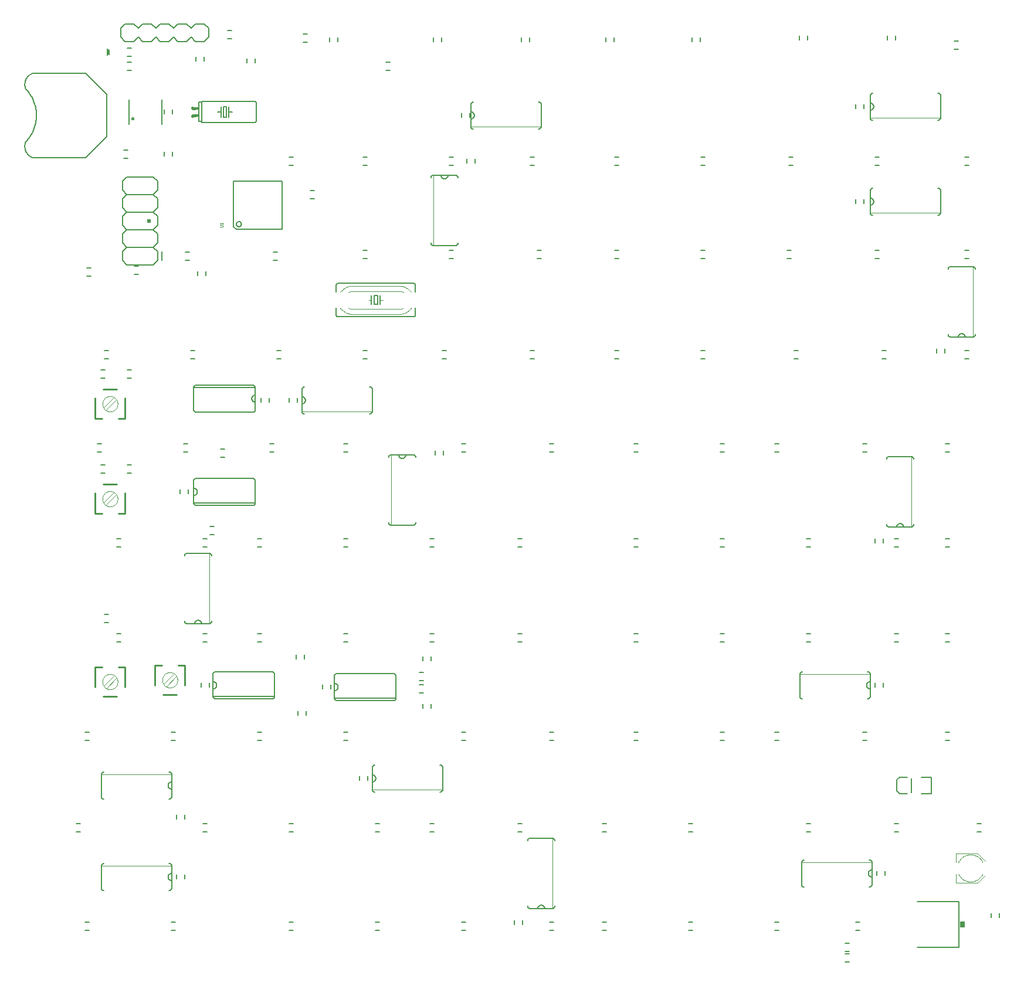
<source format=gto>
G75*
G70*
%OFA0B0*%
%FSLAX24Y24*%
%IPPOS*%
%LPD*%
%AMOC8*
5,1,8,0,0,1.08239X$1,22.5*
%
%ADD10C,0.0060*%
%ADD11C,0.0080*%
%ADD12C,0.0010*%
%ADD13R,0.0200X0.0200*%
%ADD14C,0.0020*%
%ADD15R,0.0230X0.0160*%
%ADD16C,0.0160*%
%ADD17C,0.0050*%
%ADD18C,0.0100*%
%ADD19C,0.0040*%
%ADD20R,0.0300X0.0340*%
D10*
X003566Y004265D02*
X003802Y004265D01*
X003802Y004738D02*
X003566Y004738D01*
X004484Y006682D02*
X004484Y007922D01*
X004486Y007945D01*
X004491Y007968D01*
X004500Y007990D01*
X004513Y008010D01*
X004528Y008028D01*
X004546Y008043D01*
X004566Y008056D01*
X004588Y008065D01*
X004611Y008070D01*
X004634Y008072D01*
X004484Y006682D02*
X004486Y006659D01*
X004491Y006636D01*
X004500Y006614D01*
X004513Y006594D01*
X004528Y006576D01*
X004546Y006561D01*
X004566Y006548D01*
X004588Y006539D01*
X004611Y006534D01*
X004634Y006532D01*
X003302Y009865D02*
X003066Y009865D01*
X003066Y010338D02*
X003302Y010338D01*
X004484Y011882D02*
X004484Y013122D01*
X004486Y013145D01*
X004491Y013168D01*
X004500Y013190D01*
X004513Y013210D01*
X004528Y013228D01*
X004546Y013243D01*
X004566Y013256D01*
X004588Y013265D01*
X004611Y013270D01*
X004634Y013272D01*
X004484Y011882D02*
X004486Y011859D01*
X004491Y011836D01*
X004500Y011814D01*
X004513Y011794D01*
X004528Y011776D01*
X004546Y011761D01*
X004566Y011748D01*
X004588Y011739D01*
X004611Y011734D01*
X004634Y011732D01*
X003802Y015065D02*
X003566Y015065D01*
X003566Y015538D02*
X003802Y015538D01*
X008466Y015538D02*
X008702Y015538D01*
X008702Y015065D02*
X008466Y015065D01*
X008484Y013122D02*
X008484Y012702D01*
X008484Y012302D01*
X008484Y011882D01*
X008482Y011859D01*
X008477Y011836D01*
X008468Y011814D01*
X008455Y011794D01*
X008440Y011776D01*
X008422Y011761D01*
X008402Y011748D01*
X008380Y011739D01*
X008357Y011734D01*
X008334Y011732D01*
X008484Y012302D02*
X008457Y012304D01*
X008430Y012309D01*
X008404Y012319D01*
X008380Y012331D01*
X008358Y012347D01*
X008338Y012365D01*
X008321Y012387D01*
X008306Y012410D01*
X008296Y012435D01*
X008288Y012461D01*
X008284Y012488D01*
X008284Y012516D01*
X008288Y012543D01*
X008296Y012569D01*
X008306Y012594D01*
X008321Y012617D01*
X008338Y012639D01*
X008358Y012657D01*
X008380Y012673D01*
X008404Y012685D01*
X008430Y012695D01*
X008457Y012700D01*
X008484Y012702D01*
X008484Y013122D02*
X008482Y013145D01*
X008477Y013168D01*
X008468Y013190D01*
X008455Y013210D01*
X008440Y013228D01*
X008422Y013243D01*
X008402Y013256D01*
X008380Y013265D01*
X008357Y013270D01*
X008334Y013272D01*
X008748Y010820D02*
X008748Y010583D01*
X009220Y010583D02*
X009220Y010820D01*
X010266Y010338D02*
X010502Y010338D01*
X010502Y009865D02*
X010266Y009865D01*
X008484Y007922D02*
X008484Y007502D01*
X008484Y007102D01*
X008484Y006682D01*
X008482Y006659D01*
X008477Y006636D01*
X008468Y006614D01*
X008455Y006594D01*
X008440Y006576D01*
X008422Y006561D01*
X008402Y006548D01*
X008380Y006539D01*
X008357Y006534D01*
X008334Y006532D01*
X008748Y007183D02*
X008748Y007420D01*
X008484Y007502D02*
X008457Y007500D01*
X008430Y007495D01*
X008404Y007485D01*
X008380Y007473D01*
X008358Y007457D01*
X008338Y007439D01*
X008321Y007417D01*
X008306Y007394D01*
X008296Y007369D01*
X008288Y007343D01*
X008284Y007316D01*
X008284Y007288D01*
X008288Y007261D01*
X008296Y007235D01*
X008306Y007210D01*
X008321Y007187D01*
X008338Y007165D01*
X008358Y007147D01*
X008380Y007131D01*
X008404Y007119D01*
X008430Y007109D01*
X008457Y007104D01*
X008484Y007102D01*
X009220Y007183D02*
X009220Y007420D01*
X008484Y007922D02*
X008482Y007945D01*
X008477Y007968D01*
X008468Y007990D01*
X008455Y008010D01*
X008440Y008028D01*
X008422Y008043D01*
X008402Y008056D01*
X008380Y008065D01*
X008357Y008070D01*
X008334Y008072D01*
X008466Y004738D02*
X008702Y004738D01*
X008702Y004265D02*
X008466Y004265D01*
X015166Y004265D02*
X015402Y004265D01*
X015402Y004738D02*
X015166Y004738D01*
X020066Y004738D02*
X020302Y004738D01*
X020302Y004265D02*
X020066Y004265D01*
X024966Y004265D02*
X025202Y004265D01*
X025202Y004738D02*
X024966Y004738D01*
X027948Y004820D02*
X027948Y004583D01*
X028420Y004583D02*
X028420Y004820D01*
X028864Y005502D02*
X029284Y005502D01*
X029684Y005502D01*
X030104Y005502D01*
X030127Y005504D01*
X030150Y005509D01*
X030172Y005518D01*
X030192Y005531D01*
X030210Y005546D01*
X030225Y005564D01*
X030238Y005584D01*
X030247Y005606D01*
X030252Y005629D01*
X030254Y005652D01*
X029684Y005502D02*
X029682Y005529D01*
X029677Y005556D01*
X029667Y005582D01*
X029655Y005606D01*
X029639Y005628D01*
X029621Y005648D01*
X029599Y005665D01*
X029576Y005680D01*
X029551Y005690D01*
X029525Y005698D01*
X029498Y005702D01*
X029470Y005702D01*
X029443Y005698D01*
X029417Y005690D01*
X029392Y005680D01*
X029369Y005665D01*
X029347Y005648D01*
X029329Y005628D01*
X029313Y005606D01*
X029301Y005582D01*
X029291Y005556D01*
X029286Y005529D01*
X029284Y005502D01*
X028864Y005502D02*
X028841Y005504D01*
X028818Y005509D01*
X028796Y005518D01*
X028776Y005531D01*
X028758Y005546D01*
X028743Y005564D01*
X028730Y005584D01*
X028721Y005606D01*
X028716Y005629D01*
X028714Y005652D01*
X029966Y004738D02*
X030202Y004738D01*
X030202Y004265D02*
X029966Y004265D01*
X032966Y004265D02*
X033202Y004265D01*
X033202Y004738D02*
X032966Y004738D01*
X037866Y004738D02*
X038102Y004738D01*
X038102Y004265D02*
X037866Y004265D01*
X042766Y004265D02*
X043002Y004265D01*
X043002Y004738D02*
X042766Y004738D01*
X044284Y006882D02*
X044284Y008122D01*
X044286Y008145D01*
X044291Y008168D01*
X044300Y008190D01*
X044313Y008210D01*
X044328Y008228D01*
X044346Y008243D01*
X044366Y008256D01*
X044388Y008265D01*
X044411Y008270D01*
X044434Y008272D01*
X044284Y006882D02*
X044286Y006859D01*
X044291Y006836D01*
X044300Y006814D01*
X044313Y006794D01*
X044328Y006776D01*
X044346Y006761D01*
X044366Y006748D01*
X044388Y006739D01*
X044411Y006734D01*
X044434Y006732D01*
X047366Y004738D02*
X047602Y004738D01*
X047602Y004265D02*
X047366Y004265D01*
X047002Y003538D02*
X046766Y003538D01*
X046766Y003065D02*
X047002Y003065D01*
X047002Y002938D02*
X046766Y002938D01*
X046766Y002465D02*
X047002Y002465D01*
X048134Y006732D02*
X048157Y006734D01*
X048180Y006739D01*
X048202Y006748D01*
X048222Y006761D01*
X048240Y006776D01*
X048255Y006794D01*
X048268Y006814D01*
X048277Y006836D01*
X048282Y006859D01*
X048284Y006882D01*
X048284Y007302D01*
X048284Y007702D01*
X048284Y008122D01*
X048282Y008145D01*
X048277Y008168D01*
X048268Y008190D01*
X048255Y008210D01*
X048240Y008228D01*
X048222Y008243D01*
X048202Y008256D01*
X048180Y008265D01*
X048157Y008270D01*
X048134Y008272D01*
X048548Y007620D02*
X048548Y007383D01*
X048284Y007302D02*
X048257Y007304D01*
X048230Y007309D01*
X048204Y007319D01*
X048180Y007331D01*
X048158Y007347D01*
X048138Y007365D01*
X048121Y007387D01*
X048106Y007410D01*
X048096Y007435D01*
X048088Y007461D01*
X048084Y007488D01*
X048084Y007516D01*
X048088Y007543D01*
X048096Y007569D01*
X048106Y007594D01*
X048121Y007617D01*
X048138Y007639D01*
X048158Y007657D01*
X048180Y007673D01*
X048204Y007685D01*
X048230Y007695D01*
X048257Y007700D01*
X048284Y007702D01*
X049020Y007620D02*
X049020Y007383D01*
X049566Y009865D02*
X049802Y009865D01*
X049802Y010338D02*
X049566Y010338D01*
X054266Y010338D02*
X054502Y010338D01*
X054502Y009865D02*
X054266Y009865D01*
X055048Y005220D02*
X055048Y004983D01*
X055520Y004983D02*
X055520Y005220D01*
X052702Y015065D02*
X052466Y015065D01*
X052466Y015538D02*
X052702Y015538D01*
X048920Y018083D02*
X048920Y018320D01*
X048448Y018320D02*
X048448Y018083D01*
X048184Y018002D02*
X048184Y018402D01*
X048184Y018822D01*
X048182Y018845D01*
X048177Y018868D01*
X048168Y018890D01*
X048155Y018910D01*
X048140Y018928D01*
X048122Y018943D01*
X048102Y018956D01*
X048080Y018965D01*
X048057Y018970D01*
X048034Y018972D01*
X048184Y018402D02*
X048157Y018400D01*
X048130Y018395D01*
X048104Y018385D01*
X048080Y018373D01*
X048058Y018357D01*
X048038Y018339D01*
X048021Y018317D01*
X048006Y018294D01*
X047996Y018269D01*
X047988Y018243D01*
X047984Y018216D01*
X047984Y018188D01*
X047988Y018161D01*
X047996Y018135D01*
X048006Y018110D01*
X048021Y018087D01*
X048038Y018065D01*
X048058Y018047D01*
X048080Y018031D01*
X048104Y018019D01*
X048130Y018009D01*
X048157Y018004D01*
X048184Y018002D01*
X048184Y017582D01*
X048182Y017559D01*
X048177Y017536D01*
X048168Y017514D01*
X048155Y017494D01*
X048140Y017476D01*
X048122Y017461D01*
X048102Y017448D01*
X048080Y017439D01*
X048057Y017434D01*
X048034Y017432D01*
X048002Y015538D02*
X047766Y015538D01*
X047766Y015065D02*
X048002Y015065D01*
X044334Y017432D02*
X044311Y017434D01*
X044288Y017439D01*
X044266Y017448D01*
X044246Y017461D01*
X044228Y017476D01*
X044213Y017494D01*
X044200Y017514D01*
X044191Y017536D01*
X044186Y017559D01*
X044184Y017582D01*
X044184Y018822D01*
X044186Y018845D01*
X044191Y018868D01*
X044200Y018890D01*
X044213Y018910D01*
X044228Y018928D01*
X044246Y018943D01*
X044266Y018956D01*
X044288Y018965D01*
X044311Y018970D01*
X044334Y018972D01*
X044566Y020665D02*
X044802Y020665D01*
X044802Y021138D02*
X044566Y021138D01*
X039902Y021138D02*
X039666Y021138D01*
X039666Y020665D02*
X039902Y020665D01*
X039902Y015538D02*
X039666Y015538D01*
X039666Y015065D02*
X039902Y015065D01*
X042766Y015065D02*
X043002Y015065D01*
X043002Y015538D02*
X042766Y015538D01*
X044566Y010338D02*
X044802Y010338D01*
X044802Y009865D02*
X044566Y009865D01*
X038102Y009865D02*
X037866Y009865D01*
X037866Y010338D02*
X038102Y010338D01*
X033202Y010338D02*
X032966Y010338D01*
X032966Y009865D02*
X033202Y009865D01*
X030104Y009502D02*
X028864Y009502D01*
X028841Y009500D01*
X028818Y009495D01*
X028796Y009486D01*
X028776Y009473D01*
X028758Y009458D01*
X028743Y009440D01*
X028730Y009420D01*
X028721Y009398D01*
X028716Y009375D01*
X028714Y009352D01*
X028402Y009865D02*
X028166Y009865D01*
X028166Y010338D02*
X028402Y010338D01*
X030104Y009502D02*
X030127Y009500D01*
X030150Y009495D01*
X030172Y009486D01*
X030192Y009473D01*
X030210Y009458D01*
X030225Y009440D01*
X030238Y009420D01*
X030247Y009398D01*
X030252Y009375D01*
X030254Y009352D01*
X030202Y015065D02*
X029966Y015065D01*
X029966Y015538D02*
X030202Y015538D01*
X034766Y015538D02*
X035002Y015538D01*
X035002Y015065D02*
X034766Y015065D01*
X034766Y020665D02*
X035002Y020665D01*
X035002Y021138D02*
X034766Y021138D01*
X034766Y026065D02*
X035002Y026065D01*
X035002Y026538D02*
X034766Y026538D01*
X039666Y026538D02*
X039902Y026538D01*
X039902Y026065D02*
X039666Y026065D01*
X044566Y026065D02*
X044802Y026065D01*
X044802Y026538D02*
X044566Y026538D01*
X048448Y026520D02*
X048448Y026283D01*
X048920Y026283D02*
X048920Y026520D01*
X049566Y026538D02*
X049802Y026538D01*
X049802Y026065D02*
X049566Y026065D01*
X049684Y027202D02*
X050084Y027202D01*
X050504Y027202D01*
X050527Y027204D01*
X050550Y027209D01*
X050572Y027218D01*
X050592Y027231D01*
X050610Y027246D01*
X050625Y027264D01*
X050638Y027284D01*
X050647Y027306D01*
X050652Y027329D01*
X050654Y027352D01*
X050084Y027202D02*
X050082Y027229D01*
X050077Y027256D01*
X050067Y027282D01*
X050055Y027306D01*
X050039Y027328D01*
X050021Y027348D01*
X049999Y027365D01*
X049976Y027380D01*
X049951Y027390D01*
X049925Y027398D01*
X049898Y027402D01*
X049870Y027402D01*
X049843Y027398D01*
X049817Y027390D01*
X049792Y027380D01*
X049769Y027365D01*
X049747Y027348D01*
X049729Y027328D01*
X049713Y027306D01*
X049701Y027282D01*
X049691Y027256D01*
X049686Y027229D01*
X049684Y027202D01*
X049264Y027202D01*
X049241Y027204D01*
X049218Y027209D01*
X049196Y027218D01*
X049176Y027231D01*
X049158Y027246D01*
X049143Y027264D01*
X049130Y027284D01*
X049121Y027306D01*
X049116Y027329D01*
X049114Y027352D01*
X052466Y026538D02*
X052702Y026538D01*
X052702Y026065D02*
X052466Y026065D01*
X050654Y031052D02*
X050652Y031075D01*
X050647Y031098D01*
X050638Y031120D01*
X050625Y031140D01*
X050610Y031158D01*
X050592Y031173D01*
X050572Y031186D01*
X050550Y031195D01*
X050527Y031200D01*
X050504Y031202D01*
X049264Y031202D01*
X049241Y031200D01*
X049218Y031195D01*
X049196Y031186D01*
X049176Y031173D01*
X049158Y031158D01*
X049143Y031140D01*
X049130Y031120D01*
X049121Y031098D01*
X049116Y031075D01*
X049114Y031052D01*
X048002Y031465D02*
X047766Y031465D01*
X047766Y031938D02*
X048002Y031938D01*
X052466Y031938D02*
X052702Y031938D01*
X052702Y031465D02*
X052466Y031465D01*
X053566Y036765D02*
X053802Y036765D01*
X053802Y037238D02*
X053566Y037238D01*
X053584Y038002D02*
X054004Y038002D01*
X054027Y038004D01*
X054050Y038009D01*
X054072Y038018D01*
X054092Y038031D01*
X054110Y038046D01*
X054125Y038064D01*
X054138Y038084D01*
X054147Y038106D01*
X054152Y038129D01*
X054154Y038152D01*
X053584Y038002D02*
X053184Y038002D01*
X052764Y038002D01*
X052741Y038004D01*
X052718Y038009D01*
X052696Y038018D01*
X052676Y038031D01*
X052658Y038046D01*
X052643Y038064D01*
X052630Y038084D01*
X052621Y038106D01*
X052616Y038129D01*
X052614Y038152D01*
X053184Y038002D02*
X053186Y038029D01*
X053191Y038056D01*
X053201Y038082D01*
X053213Y038106D01*
X053229Y038128D01*
X053247Y038148D01*
X053269Y038165D01*
X053292Y038180D01*
X053317Y038190D01*
X053343Y038198D01*
X053370Y038202D01*
X053398Y038202D01*
X053425Y038198D01*
X053451Y038190D01*
X053476Y038180D01*
X053499Y038165D01*
X053521Y038148D01*
X053539Y038128D01*
X053555Y038106D01*
X053567Y038082D01*
X053577Y038056D01*
X053582Y038029D01*
X053584Y038002D01*
X052420Y037320D02*
X052420Y037083D01*
X051948Y037083D02*
X051948Y037320D01*
X049102Y037238D02*
X048866Y037238D01*
X048866Y036765D02*
X049102Y036765D01*
X044102Y036765D02*
X043866Y036765D01*
X043866Y037238D02*
X044102Y037238D01*
X043702Y042465D02*
X043466Y042465D01*
X043466Y042938D02*
X043702Y042938D01*
X047348Y045583D02*
X047348Y045820D01*
X047820Y045820D02*
X047820Y045583D01*
X048184Y045502D02*
X048184Y045082D01*
X048186Y045059D01*
X048191Y045036D01*
X048200Y045014D01*
X048213Y044994D01*
X048228Y044976D01*
X048246Y044961D01*
X048266Y044948D01*
X048288Y044939D01*
X048311Y044934D01*
X048334Y044932D01*
X048184Y045502D02*
X048184Y045902D01*
X048184Y046322D01*
X048186Y046345D01*
X048191Y046368D01*
X048200Y046390D01*
X048213Y046410D01*
X048228Y046428D01*
X048246Y046443D01*
X048266Y046456D01*
X048288Y046465D01*
X048311Y046470D01*
X048334Y046472D01*
X048184Y045902D02*
X048211Y045900D01*
X048238Y045895D01*
X048264Y045885D01*
X048288Y045873D01*
X048310Y045857D01*
X048330Y045839D01*
X048347Y045817D01*
X048362Y045794D01*
X048372Y045769D01*
X048380Y045743D01*
X048384Y045716D01*
X048384Y045688D01*
X048380Y045661D01*
X048372Y045635D01*
X048362Y045610D01*
X048347Y045587D01*
X048330Y045565D01*
X048310Y045547D01*
X048288Y045531D01*
X048264Y045519D01*
X048238Y045509D01*
X048211Y045504D01*
X048184Y045502D01*
X048466Y047765D02*
X048702Y047765D01*
X048702Y048238D02*
X048466Y048238D01*
X048334Y050332D02*
X048311Y050334D01*
X048288Y050339D01*
X048266Y050348D01*
X048246Y050361D01*
X048228Y050376D01*
X048213Y050394D01*
X048200Y050414D01*
X048191Y050436D01*
X048186Y050459D01*
X048184Y050482D01*
X048184Y050902D01*
X048184Y051302D01*
X048184Y051722D01*
X048186Y051745D01*
X048191Y051768D01*
X048200Y051790D01*
X048213Y051810D01*
X048228Y051828D01*
X048246Y051843D01*
X048266Y051856D01*
X048288Y051865D01*
X048311Y051870D01*
X048334Y051872D01*
X047820Y051220D02*
X047820Y050983D01*
X048184Y050902D02*
X048211Y050904D01*
X048238Y050909D01*
X048264Y050919D01*
X048288Y050931D01*
X048310Y050947D01*
X048330Y050965D01*
X048347Y050987D01*
X048362Y051010D01*
X048372Y051035D01*
X048380Y051061D01*
X048384Y051088D01*
X048384Y051116D01*
X048380Y051143D01*
X048372Y051169D01*
X048362Y051194D01*
X048347Y051217D01*
X048330Y051239D01*
X048310Y051257D01*
X048288Y051273D01*
X048264Y051285D01*
X048238Y051295D01*
X048211Y051300D01*
X048184Y051302D01*
X047348Y051220D02*
X047348Y050983D01*
X043802Y048238D02*
X043566Y048238D01*
X043566Y047765D02*
X043802Y047765D01*
X038802Y047765D02*
X038566Y047765D01*
X038566Y048238D02*
X038802Y048238D01*
X033902Y048238D02*
X033666Y048238D01*
X033666Y047765D02*
X033902Y047765D01*
X029484Y049982D02*
X029484Y051222D01*
X029482Y051245D01*
X029477Y051268D01*
X029468Y051290D01*
X029455Y051310D01*
X029440Y051328D01*
X029422Y051343D01*
X029402Y051356D01*
X029380Y051365D01*
X029357Y051370D01*
X029334Y051372D01*
X029484Y049982D02*
X029482Y049959D01*
X029477Y049936D01*
X029468Y049914D01*
X029455Y049894D01*
X029440Y049876D01*
X029422Y049861D01*
X029402Y049848D01*
X029380Y049839D01*
X029357Y049834D01*
X029334Y049832D01*
X029102Y048238D02*
X028866Y048238D01*
X028866Y047765D02*
X029102Y047765D01*
X025720Y047883D02*
X025720Y048120D01*
X025248Y048120D02*
X025248Y047883D01*
X024502Y047765D02*
X024266Y047765D01*
X024266Y048238D02*
X024502Y048238D01*
X024604Y047202D02*
X024184Y047202D01*
X023784Y047202D01*
X023364Y047202D01*
X023341Y047200D01*
X023318Y047195D01*
X023296Y047186D01*
X023276Y047173D01*
X023258Y047158D01*
X023243Y047140D01*
X023230Y047120D01*
X023221Y047098D01*
X023216Y047075D01*
X023214Y047052D01*
X023784Y047202D02*
X023786Y047175D01*
X023791Y047148D01*
X023801Y047122D01*
X023813Y047098D01*
X023829Y047076D01*
X023847Y047056D01*
X023869Y047039D01*
X023892Y047024D01*
X023917Y047014D01*
X023943Y047006D01*
X023970Y047002D01*
X023998Y047002D01*
X024025Y047006D01*
X024051Y047014D01*
X024076Y047024D01*
X024099Y047039D01*
X024121Y047056D01*
X024139Y047076D01*
X024155Y047098D01*
X024167Y047122D01*
X024177Y047148D01*
X024182Y047175D01*
X024184Y047202D01*
X024604Y047202D02*
X024627Y047200D01*
X024650Y047195D01*
X024672Y047186D01*
X024692Y047173D01*
X024710Y047158D01*
X024725Y047140D01*
X024738Y047120D01*
X024747Y047098D01*
X024752Y047075D01*
X024754Y047052D01*
X025484Y049982D02*
X025484Y050402D01*
X025484Y050802D01*
X025484Y051222D01*
X025486Y051245D01*
X025491Y051268D01*
X025500Y051290D01*
X025513Y051310D01*
X025528Y051328D01*
X025546Y051343D01*
X025566Y051356D01*
X025588Y051365D01*
X025611Y051370D01*
X025634Y051372D01*
X025420Y050720D02*
X025420Y050483D01*
X025484Y050402D02*
X025511Y050404D01*
X025538Y050409D01*
X025564Y050419D01*
X025588Y050431D01*
X025610Y050447D01*
X025630Y050465D01*
X025647Y050487D01*
X025662Y050510D01*
X025672Y050535D01*
X025680Y050561D01*
X025684Y050588D01*
X025684Y050616D01*
X025680Y050643D01*
X025672Y050669D01*
X025662Y050694D01*
X025647Y050717D01*
X025630Y050739D01*
X025610Y050757D01*
X025588Y050773D01*
X025564Y050785D01*
X025538Y050795D01*
X025511Y050800D01*
X025484Y050802D01*
X024948Y050720D02*
X024948Y050483D01*
X025484Y049982D02*
X025486Y049959D01*
X025491Y049936D01*
X025500Y049914D01*
X025513Y049894D01*
X025528Y049876D01*
X025546Y049861D01*
X025566Y049848D01*
X025588Y049839D01*
X025611Y049834D01*
X025634Y049832D01*
X020902Y053165D02*
X020666Y053165D01*
X020666Y053638D02*
X020902Y053638D01*
X023348Y054783D02*
X023348Y055020D01*
X023820Y055020D02*
X023820Y054783D01*
X028348Y054783D02*
X028348Y055020D01*
X028820Y055020D02*
X028820Y054783D01*
X033148Y054783D02*
X033148Y055020D01*
X033620Y055020D02*
X033620Y054783D01*
X038048Y054783D02*
X038048Y055020D01*
X038520Y055020D02*
X038520Y054783D01*
X044148Y054883D02*
X044148Y055120D01*
X044620Y055120D02*
X044620Y054883D01*
X049148Y054883D02*
X049148Y055120D01*
X049620Y055120D02*
X049620Y054883D01*
X052966Y054838D02*
X053202Y054838D01*
X053202Y054365D02*
X052966Y054365D01*
X052184Y051722D02*
X052184Y050482D01*
X052182Y050459D01*
X052177Y050436D01*
X052168Y050414D01*
X052155Y050394D01*
X052140Y050376D01*
X052122Y050361D01*
X052102Y050348D01*
X052080Y050339D01*
X052057Y050334D01*
X052034Y050332D01*
X052184Y051722D02*
X052182Y051745D01*
X052177Y051768D01*
X052168Y051790D01*
X052155Y051810D01*
X052140Y051828D01*
X052122Y051843D01*
X052102Y051856D01*
X052080Y051865D01*
X052057Y051870D01*
X052034Y051872D01*
X053566Y048238D02*
X053802Y048238D01*
X053802Y047765D02*
X053566Y047765D01*
X052184Y046322D02*
X052184Y045082D01*
X052182Y045059D01*
X052177Y045036D01*
X052168Y045014D01*
X052155Y044994D01*
X052140Y044976D01*
X052122Y044961D01*
X052102Y044948D01*
X052080Y044939D01*
X052057Y044934D01*
X052034Y044932D01*
X052184Y046322D02*
X052182Y046345D01*
X052177Y046368D01*
X052168Y046390D01*
X052155Y046410D01*
X052140Y046428D01*
X052122Y046443D01*
X052102Y046456D01*
X052080Y046465D01*
X052057Y046470D01*
X052034Y046472D01*
X053566Y042938D02*
X053802Y042938D01*
X053802Y042465D02*
X053566Y042465D01*
X054004Y042002D02*
X052764Y042002D01*
X052741Y042000D01*
X052718Y041995D01*
X052696Y041986D01*
X052676Y041973D01*
X052658Y041958D01*
X052643Y041940D01*
X052630Y041920D01*
X052621Y041898D01*
X052616Y041875D01*
X052614Y041852D01*
X054004Y042002D02*
X054027Y042000D01*
X054050Y041995D01*
X054072Y041986D01*
X054092Y041973D01*
X054110Y041958D01*
X054125Y041940D01*
X054138Y041920D01*
X054147Y041898D01*
X054152Y041875D01*
X054154Y041852D01*
X048702Y042465D02*
X048466Y042465D01*
X048466Y042938D02*
X048702Y042938D01*
X038802Y042938D02*
X038566Y042938D01*
X038566Y042465D02*
X038802Y042465D01*
X033902Y042465D02*
X033666Y042465D01*
X033666Y042938D02*
X033902Y042938D01*
X029502Y042938D02*
X029266Y042938D01*
X029266Y042465D02*
X029502Y042465D01*
X024604Y043202D02*
X023364Y043202D01*
X023341Y043204D01*
X023318Y043209D01*
X023296Y043218D01*
X023276Y043231D01*
X023258Y043246D01*
X023243Y043264D01*
X023230Y043284D01*
X023221Y043306D01*
X023216Y043329D01*
X023214Y043352D01*
X024266Y042938D02*
X024502Y042938D01*
X024604Y043202D02*
X024627Y043204D01*
X024650Y043209D01*
X024672Y043218D01*
X024692Y043231D01*
X024710Y043246D01*
X024725Y043264D01*
X024738Y043284D01*
X024747Y043306D01*
X024752Y043329D01*
X024754Y043352D01*
X024502Y042465D02*
X024266Y042465D01*
X022334Y040952D02*
X022334Y040552D01*
X022334Y040952D02*
X022332Y040969D01*
X022328Y040986D01*
X022321Y041002D01*
X022311Y041016D01*
X022298Y041029D01*
X022284Y041039D01*
X022268Y041046D01*
X022251Y041050D01*
X022234Y041052D01*
X017934Y041052D01*
X017917Y041050D01*
X017900Y041046D01*
X017884Y041039D01*
X017870Y041029D01*
X017857Y041016D01*
X017847Y041002D01*
X017840Y040986D01*
X017836Y040969D01*
X017834Y040952D01*
X017834Y040552D01*
X017834Y039652D02*
X017834Y039252D01*
X017836Y039235D01*
X017840Y039218D01*
X017847Y039202D01*
X017857Y039188D01*
X017870Y039175D01*
X017884Y039165D01*
X017900Y039158D01*
X017917Y039154D01*
X017934Y039152D01*
X022234Y039152D01*
X022251Y039154D01*
X022268Y039158D01*
X022284Y039165D01*
X022298Y039175D01*
X022311Y039188D01*
X022321Y039202D01*
X022328Y039218D01*
X022332Y039235D01*
X022334Y039252D01*
X022334Y039652D01*
X020334Y039852D02*
X020334Y040102D01*
X020334Y040352D01*
X020184Y040352D02*
X020184Y039852D01*
X019984Y039852D01*
X019984Y040352D01*
X020184Y040352D01*
X019834Y040352D02*
X019834Y040102D01*
X019834Y039852D01*
X019602Y042465D02*
X019366Y042465D01*
X019366Y042938D02*
X019602Y042938D01*
X016602Y045865D02*
X016366Y045865D01*
X016366Y046338D02*
X016602Y046338D01*
X015402Y047765D02*
X015166Y047765D01*
X015166Y048238D02*
X015402Y048238D01*
X014764Y046881D02*
X014764Y044122D01*
X012144Y044122D01*
X012004Y044261D01*
X012004Y046881D01*
X014764Y046881D01*
X012163Y044422D02*
X012165Y044445D01*
X012171Y044468D01*
X012180Y044489D01*
X012193Y044509D01*
X012209Y044526D01*
X012227Y044540D01*
X012247Y044551D01*
X012269Y044559D01*
X012292Y044563D01*
X012316Y044563D01*
X012339Y044559D01*
X012361Y044551D01*
X012381Y044540D01*
X012399Y044526D01*
X012415Y044509D01*
X012428Y044489D01*
X012437Y044468D01*
X012443Y044445D01*
X012445Y044422D01*
X012443Y044399D01*
X012437Y044376D01*
X012428Y044355D01*
X012415Y044335D01*
X012399Y044318D01*
X012381Y044304D01*
X012361Y044293D01*
X012339Y044285D01*
X012316Y044281D01*
X012292Y044281D01*
X012269Y044285D01*
X012247Y044293D01*
X012227Y044304D01*
X012209Y044318D01*
X012193Y044335D01*
X012180Y044355D01*
X012171Y044376D01*
X012165Y044399D01*
X012163Y044422D01*
X014266Y042838D02*
X014502Y042838D01*
X014502Y042365D02*
X014266Y042365D01*
X010420Y041720D02*
X010420Y041483D01*
X009948Y041483D02*
X009948Y041720D01*
X009502Y042365D02*
X009266Y042365D01*
X009266Y042838D02*
X009502Y042838D01*
X007684Y042852D02*
X007684Y042352D01*
X007434Y042102D01*
X005934Y042102D01*
X005684Y042352D01*
X005684Y042852D01*
X005934Y043102D01*
X007434Y043102D01*
X007684Y043352D01*
X007684Y043852D01*
X007434Y044102D01*
X005934Y044102D01*
X005684Y044352D01*
X005684Y044852D01*
X005934Y045102D01*
X007434Y045102D01*
X007684Y045352D01*
X007684Y045852D01*
X007434Y046102D01*
X007684Y046352D01*
X007684Y046852D01*
X007434Y047102D01*
X005934Y047102D01*
X005684Y046852D01*
X005684Y046352D01*
X005934Y046102D01*
X007434Y046102D01*
X007434Y045102D02*
X007684Y044852D01*
X007684Y044352D01*
X007434Y044102D01*
X007434Y043102D02*
X007684Y042852D01*
X006602Y042038D02*
X006366Y042038D01*
X006366Y041565D02*
X006602Y041565D01*
X005934Y043102D02*
X005684Y043352D01*
X005684Y043852D01*
X005934Y044102D01*
X005934Y045102D02*
X005684Y045352D01*
X005684Y045852D01*
X005934Y046102D01*
X006002Y048165D02*
X005766Y048165D01*
X005766Y048638D02*
X006002Y048638D01*
X006054Y050092D02*
X006054Y051511D01*
X005966Y053165D02*
X006202Y053165D01*
X006202Y053638D02*
X005966Y053638D01*
X005966Y053965D02*
X006202Y053965D01*
X006202Y054438D02*
X005966Y054438D01*
X007914Y051511D02*
X007914Y050092D01*
X008048Y050683D02*
X008048Y050920D01*
X008520Y050920D02*
X008520Y050683D01*
X010034Y050252D02*
X010184Y050252D01*
X010184Y051352D01*
X010184Y051402D01*
X013184Y051402D01*
X013201Y051400D01*
X013218Y051396D01*
X013234Y051389D01*
X013248Y051379D01*
X013261Y051366D01*
X013271Y051352D01*
X013278Y051336D01*
X013282Y051319D01*
X013284Y051302D01*
X013284Y050302D01*
X013282Y050285D01*
X013278Y050268D01*
X013271Y050252D01*
X013261Y050238D01*
X013248Y050225D01*
X013234Y050215D01*
X013218Y050208D01*
X013201Y050204D01*
X013184Y050202D01*
X010184Y050202D01*
X010184Y050252D01*
X010034Y050252D02*
X010034Y051352D01*
X010184Y051352D01*
X011084Y050802D02*
X011284Y050802D01*
X011284Y050502D01*
X011434Y050502D02*
X011584Y050502D01*
X011584Y051102D01*
X011434Y051102D01*
X011434Y050502D01*
X011734Y050502D02*
X011734Y050802D01*
X011934Y050802D01*
X011734Y050802D02*
X011734Y051102D01*
X011284Y051102D02*
X011284Y050802D01*
X010320Y053683D02*
X010320Y053920D01*
X009848Y053920D02*
X009848Y053683D01*
X011666Y054965D02*
X011902Y054965D01*
X011902Y055438D02*
X011666Y055438D01*
X012748Y053820D02*
X012748Y053583D01*
X013220Y053583D02*
X013220Y053820D01*
X015966Y054765D02*
X016202Y054765D01*
X016202Y055238D02*
X015966Y055238D01*
X017448Y055020D02*
X017448Y054783D01*
X017920Y054783D02*
X017920Y055020D01*
X019366Y048238D02*
X019602Y048238D01*
X019602Y047765D02*
X019366Y047765D01*
X019366Y037238D02*
X019602Y037238D01*
X019602Y036765D02*
X019366Y036765D01*
X019734Y035172D02*
X019757Y035170D01*
X019780Y035165D01*
X019802Y035156D01*
X019822Y035143D01*
X019840Y035128D01*
X019855Y035110D01*
X019868Y035090D01*
X019877Y035068D01*
X019882Y035045D01*
X019884Y035022D01*
X019884Y033782D01*
X019882Y033759D01*
X019877Y033736D01*
X019868Y033714D01*
X019855Y033694D01*
X019840Y033676D01*
X019822Y033661D01*
X019802Y033648D01*
X019780Y033639D01*
X019757Y033634D01*
X019734Y033632D01*
X018502Y031938D02*
X018266Y031938D01*
X018266Y031465D02*
X018502Y031465D01*
X020964Y031302D02*
X021384Y031302D01*
X021784Y031302D01*
X022204Y031302D01*
X022227Y031300D01*
X022250Y031295D01*
X022272Y031286D01*
X022292Y031273D01*
X022310Y031258D01*
X022325Y031240D01*
X022338Y031220D01*
X022347Y031198D01*
X022352Y031175D01*
X022354Y031152D01*
X021784Y031302D02*
X021782Y031275D01*
X021777Y031248D01*
X021767Y031222D01*
X021755Y031198D01*
X021739Y031176D01*
X021721Y031156D01*
X021699Y031139D01*
X021676Y031124D01*
X021651Y031114D01*
X021625Y031106D01*
X021598Y031102D01*
X021570Y031102D01*
X021543Y031106D01*
X021517Y031114D01*
X021492Y031124D01*
X021469Y031139D01*
X021447Y031156D01*
X021429Y031176D01*
X021413Y031198D01*
X021401Y031222D01*
X021391Y031248D01*
X021386Y031275D01*
X021384Y031302D01*
X020964Y031302D02*
X020941Y031300D01*
X020918Y031295D01*
X020896Y031286D01*
X020876Y031273D01*
X020858Y031258D01*
X020843Y031240D01*
X020830Y031220D01*
X020821Y031198D01*
X020816Y031175D01*
X020814Y031152D01*
X023448Y031283D02*
X023448Y031520D01*
X023920Y031520D02*
X023920Y031283D01*
X024966Y031465D02*
X025202Y031465D01*
X025202Y031938D02*
X024966Y031938D01*
X024102Y036765D02*
X023866Y036765D01*
X023866Y037238D02*
X024102Y037238D01*
X028866Y037238D02*
X029102Y037238D01*
X029102Y036765D02*
X028866Y036765D01*
X029966Y031938D02*
X030202Y031938D01*
X030202Y031465D02*
X029966Y031465D01*
X028402Y026538D02*
X028166Y026538D01*
X028166Y026065D02*
X028402Y026065D01*
X028402Y021138D02*
X028166Y021138D01*
X028166Y020665D02*
X028402Y020665D01*
X025202Y015538D02*
X024966Y015538D01*
X024966Y015065D02*
X025202Y015065D01*
X023884Y013522D02*
X023884Y012282D01*
X023882Y012259D01*
X023877Y012236D01*
X023868Y012214D01*
X023855Y012194D01*
X023840Y012176D01*
X023822Y012161D01*
X023802Y012148D01*
X023780Y012139D01*
X023757Y012134D01*
X023734Y012132D01*
X023884Y013522D02*
X023882Y013545D01*
X023877Y013568D01*
X023868Y013590D01*
X023855Y013610D01*
X023840Y013628D01*
X023822Y013643D01*
X023802Y013656D01*
X023780Y013665D01*
X023757Y013670D01*
X023734Y013672D01*
X023220Y016883D02*
X023220Y017120D01*
X022748Y017120D02*
X022748Y016883D01*
X022802Y017765D02*
X022566Y017765D01*
X022566Y018238D02*
X022802Y018238D01*
X022802Y018465D02*
X022566Y018465D01*
X022566Y018938D02*
X022802Y018938D01*
X022748Y019583D02*
X022748Y019820D01*
X023220Y019820D02*
X023220Y019583D01*
X023166Y020665D02*
X023402Y020665D01*
X023402Y021138D02*
X023166Y021138D01*
X021084Y018872D02*
X017884Y018872D01*
X017861Y018870D01*
X017838Y018865D01*
X017816Y018856D01*
X017796Y018843D01*
X017778Y018828D01*
X017763Y018810D01*
X017750Y018790D01*
X017741Y018768D01*
X017736Y018745D01*
X017734Y018722D01*
X017734Y018302D01*
X017734Y017902D01*
X017734Y017482D01*
X017734Y017472D02*
X021234Y017472D01*
X021234Y017482D02*
X021234Y018722D01*
X021232Y018745D01*
X021227Y018768D01*
X021218Y018790D01*
X021205Y018810D01*
X021190Y018828D01*
X021172Y018843D01*
X021152Y018856D01*
X021130Y018865D01*
X021107Y018870D01*
X021084Y018872D01*
X021234Y017482D02*
X021232Y017459D01*
X021227Y017436D01*
X021218Y017414D01*
X021205Y017394D01*
X021190Y017376D01*
X021172Y017361D01*
X021152Y017348D01*
X021130Y017339D01*
X021107Y017334D01*
X021084Y017332D01*
X017884Y017332D01*
X017861Y017334D01*
X017838Y017339D01*
X017816Y017348D01*
X017796Y017361D01*
X017778Y017376D01*
X017763Y017394D01*
X017750Y017414D01*
X017741Y017436D01*
X017736Y017459D01*
X017734Y017482D01*
X017520Y017983D02*
X017520Y018220D01*
X017734Y018302D02*
X017761Y018300D01*
X017788Y018295D01*
X017814Y018285D01*
X017838Y018273D01*
X017860Y018257D01*
X017880Y018239D01*
X017897Y018217D01*
X017912Y018194D01*
X017922Y018169D01*
X017930Y018143D01*
X017934Y018116D01*
X017934Y018088D01*
X017930Y018061D01*
X017922Y018035D01*
X017912Y018010D01*
X017897Y017987D01*
X017880Y017965D01*
X017860Y017947D01*
X017838Y017931D01*
X017814Y017919D01*
X017788Y017909D01*
X017761Y017904D01*
X017734Y017902D01*
X017048Y017983D02*
X017048Y018220D01*
X016120Y016720D02*
X016120Y016483D01*
X015648Y016483D02*
X015648Y016720D01*
X014334Y017572D02*
X010834Y017572D01*
X010834Y017582D02*
X010834Y018002D01*
X010834Y018402D01*
X010834Y018822D01*
X010836Y018845D01*
X010841Y018868D01*
X010850Y018890D01*
X010863Y018910D01*
X010878Y018928D01*
X010896Y018943D01*
X010916Y018956D01*
X010938Y018965D01*
X010961Y018970D01*
X010984Y018972D01*
X014184Y018972D01*
X014207Y018970D01*
X014230Y018965D01*
X014252Y018956D01*
X014272Y018943D01*
X014290Y018928D01*
X014305Y018910D01*
X014318Y018890D01*
X014327Y018868D01*
X014332Y018845D01*
X014334Y018822D01*
X014334Y017582D01*
X014332Y017559D01*
X014327Y017536D01*
X014318Y017514D01*
X014305Y017494D01*
X014290Y017476D01*
X014272Y017461D01*
X014252Y017448D01*
X014230Y017439D01*
X014207Y017434D01*
X014184Y017432D01*
X010984Y017432D01*
X010961Y017434D01*
X010938Y017439D01*
X010916Y017448D01*
X010896Y017461D01*
X010878Y017476D01*
X010863Y017494D01*
X010850Y017514D01*
X010841Y017536D01*
X010836Y017559D01*
X010834Y017582D01*
X010620Y018083D02*
X010620Y018320D01*
X010834Y018402D02*
X010861Y018400D01*
X010888Y018395D01*
X010914Y018385D01*
X010938Y018373D01*
X010960Y018357D01*
X010980Y018339D01*
X010997Y018317D01*
X011012Y018294D01*
X011022Y018269D01*
X011030Y018243D01*
X011034Y018216D01*
X011034Y018188D01*
X011030Y018161D01*
X011022Y018135D01*
X011012Y018110D01*
X010997Y018087D01*
X010980Y018065D01*
X010960Y018047D01*
X010938Y018031D01*
X010914Y018019D01*
X010888Y018009D01*
X010861Y018004D01*
X010834Y018002D01*
X010148Y018083D02*
X010148Y018320D01*
X010266Y020665D02*
X010502Y020665D01*
X010502Y021138D02*
X010266Y021138D01*
X010184Y021702D02*
X009784Y021702D01*
X009364Y021702D01*
X009341Y021704D01*
X009318Y021709D01*
X009296Y021718D01*
X009276Y021731D01*
X009258Y021746D01*
X009243Y021764D01*
X009230Y021784D01*
X009221Y021806D01*
X009216Y021829D01*
X009214Y021852D01*
X009784Y021702D02*
X009786Y021729D01*
X009791Y021756D01*
X009801Y021782D01*
X009813Y021806D01*
X009829Y021828D01*
X009847Y021848D01*
X009869Y021865D01*
X009892Y021880D01*
X009917Y021890D01*
X009943Y021898D01*
X009970Y021902D01*
X009998Y021902D01*
X010025Y021898D01*
X010051Y021890D01*
X010076Y021880D01*
X010099Y021865D01*
X010121Y021848D01*
X010139Y021828D01*
X010155Y021806D01*
X010167Y021782D01*
X010177Y021756D01*
X010182Y021729D01*
X010184Y021702D01*
X010604Y021702D01*
X010627Y021704D01*
X010650Y021709D01*
X010672Y021718D01*
X010692Y021731D01*
X010710Y021746D01*
X010725Y021764D01*
X010738Y021784D01*
X010747Y021806D01*
X010752Y021829D01*
X010754Y021852D01*
X013366Y021138D02*
X013602Y021138D01*
X013602Y020665D02*
X013366Y020665D01*
X015548Y019920D02*
X015548Y019683D01*
X016020Y019683D02*
X016020Y019920D01*
X018266Y020665D02*
X018502Y020665D01*
X018502Y021138D02*
X018266Y021138D01*
X018266Y026065D02*
X018502Y026065D01*
X018502Y026538D02*
X018266Y026538D01*
X020964Y027302D02*
X022204Y027302D01*
X022227Y027304D01*
X022250Y027309D01*
X022272Y027318D01*
X022292Y027331D01*
X022310Y027346D01*
X022325Y027364D01*
X022338Y027384D01*
X022347Y027406D01*
X022352Y027429D01*
X022354Y027452D01*
X023166Y026538D02*
X023402Y026538D01*
X023402Y026065D02*
X023166Y026065D01*
X020964Y027302D02*
X020941Y027304D01*
X020918Y027309D01*
X020896Y027318D01*
X020876Y027331D01*
X020858Y027346D01*
X020843Y027364D01*
X020830Y027384D01*
X020821Y027406D01*
X020816Y027429D01*
X020814Y027452D01*
X016034Y033632D02*
X016011Y033634D01*
X015988Y033639D01*
X015966Y033648D01*
X015946Y033661D01*
X015928Y033676D01*
X015913Y033694D01*
X015900Y033714D01*
X015891Y033736D01*
X015886Y033759D01*
X015884Y033782D01*
X015884Y034202D01*
X015884Y034602D01*
X015884Y035022D01*
X015886Y035045D01*
X015891Y035068D01*
X015900Y035090D01*
X015913Y035110D01*
X015928Y035128D01*
X015946Y035143D01*
X015966Y035156D01*
X015988Y035165D01*
X016011Y035170D01*
X016034Y035172D01*
X015620Y034520D02*
X015620Y034283D01*
X015884Y034202D02*
X015911Y034204D01*
X015938Y034209D01*
X015964Y034219D01*
X015988Y034231D01*
X016010Y034247D01*
X016030Y034265D01*
X016047Y034287D01*
X016062Y034310D01*
X016072Y034335D01*
X016080Y034361D01*
X016084Y034388D01*
X016084Y034416D01*
X016080Y034443D01*
X016072Y034469D01*
X016062Y034494D01*
X016047Y034517D01*
X016030Y034539D01*
X016010Y034557D01*
X015988Y034573D01*
X015964Y034585D01*
X015938Y034595D01*
X015911Y034600D01*
X015884Y034602D01*
X015148Y034520D02*
X015148Y034283D01*
X014020Y034283D02*
X014020Y034520D01*
X013548Y034520D02*
X013548Y034283D01*
X013234Y034302D02*
X013234Y033882D01*
X013232Y033859D01*
X013227Y033836D01*
X013218Y033814D01*
X013205Y033794D01*
X013190Y033776D01*
X013172Y033761D01*
X013152Y033748D01*
X013130Y033739D01*
X013107Y033734D01*
X013084Y033732D01*
X009884Y033732D01*
X009861Y033734D01*
X009838Y033739D01*
X009816Y033748D01*
X009796Y033761D01*
X009778Y033776D01*
X009763Y033794D01*
X009750Y033814D01*
X009741Y033836D01*
X009736Y033859D01*
X009734Y033882D01*
X009734Y035122D01*
X009734Y035132D02*
X013234Y035132D01*
X013234Y035122D02*
X013234Y034702D01*
X013234Y034302D01*
X013207Y034304D01*
X013180Y034309D01*
X013154Y034319D01*
X013130Y034331D01*
X013108Y034347D01*
X013088Y034365D01*
X013071Y034387D01*
X013056Y034410D01*
X013046Y034435D01*
X013038Y034461D01*
X013034Y034488D01*
X013034Y034516D01*
X013038Y034543D01*
X013046Y034569D01*
X013056Y034594D01*
X013071Y034617D01*
X013088Y034639D01*
X013108Y034657D01*
X013130Y034673D01*
X013154Y034685D01*
X013180Y034695D01*
X013207Y034700D01*
X013234Y034702D01*
X013234Y035122D02*
X013232Y035145D01*
X013227Y035168D01*
X013218Y035190D01*
X013205Y035210D01*
X013190Y035228D01*
X013172Y035243D01*
X013152Y035256D01*
X013130Y035265D01*
X013107Y035270D01*
X013084Y035272D01*
X009884Y035272D01*
X009861Y035270D01*
X009838Y035265D01*
X009816Y035256D01*
X009796Y035243D01*
X009778Y035228D01*
X009763Y035210D01*
X009750Y035190D01*
X009741Y035168D01*
X009736Y035145D01*
X009734Y035122D01*
X009802Y036765D02*
X009566Y036765D01*
X009566Y037238D02*
X009802Y037238D01*
X006202Y036138D02*
X005966Y036138D01*
X005966Y035665D02*
X006202Y035665D01*
X004702Y035665D02*
X004466Y035665D01*
X004466Y036138D02*
X004702Y036138D01*
X004666Y036765D02*
X004902Y036765D01*
X004902Y037238D02*
X004666Y037238D01*
X003902Y041465D02*
X003666Y041465D01*
X003666Y041938D02*
X003902Y041938D01*
X008048Y048283D02*
X008048Y048520D01*
X008520Y048520D02*
X008520Y048283D01*
X014466Y037238D02*
X014702Y037238D01*
X014702Y036765D02*
X014466Y036765D01*
X014302Y031938D02*
X014066Y031938D01*
X014066Y031465D02*
X014302Y031465D01*
X013084Y029972D02*
X009884Y029972D01*
X009861Y029970D01*
X009838Y029965D01*
X009816Y029956D01*
X009796Y029943D01*
X009778Y029928D01*
X009763Y029910D01*
X009750Y029890D01*
X009741Y029868D01*
X009736Y029845D01*
X009734Y029822D01*
X009734Y029402D01*
X009734Y029002D01*
X009734Y028582D01*
X009734Y028572D02*
X013234Y028572D01*
X013234Y028582D02*
X013234Y029822D01*
X013232Y029845D01*
X013227Y029868D01*
X013218Y029890D01*
X013205Y029910D01*
X013190Y029928D01*
X013172Y029943D01*
X013152Y029956D01*
X013130Y029965D01*
X013107Y029970D01*
X013084Y029972D01*
X013234Y028582D02*
X013232Y028559D01*
X013227Y028536D01*
X013218Y028514D01*
X013205Y028494D01*
X013190Y028476D01*
X013172Y028461D01*
X013152Y028448D01*
X013130Y028439D01*
X013107Y028434D01*
X013084Y028432D01*
X009884Y028432D01*
X009861Y028434D01*
X009838Y028439D01*
X009816Y028448D01*
X009796Y028461D01*
X009778Y028476D01*
X009763Y028494D01*
X009750Y028514D01*
X009741Y028536D01*
X009736Y028559D01*
X009734Y028582D01*
X009420Y029083D02*
X009420Y029320D01*
X009734Y029402D02*
X009761Y029400D01*
X009788Y029395D01*
X009814Y029385D01*
X009838Y029373D01*
X009860Y029357D01*
X009880Y029339D01*
X009897Y029317D01*
X009912Y029294D01*
X009922Y029269D01*
X009930Y029243D01*
X009934Y029216D01*
X009934Y029188D01*
X009930Y029161D01*
X009922Y029135D01*
X009912Y029110D01*
X009897Y029087D01*
X009880Y029065D01*
X009860Y029047D01*
X009838Y029031D01*
X009814Y029019D01*
X009788Y029009D01*
X009761Y029004D01*
X009734Y029002D01*
X008948Y029083D02*
X008948Y029320D01*
X010666Y027238D02*
X010902Y027238D01*
X010902Y026765D02*
X010666Y026765D01*
X010502Y026538D02*
X010266Y026538D01*
X010266Y026065D02*
X010502Y026065D01*
X010604Y025702D02*
X009364Y025702D01*
X009341Y025700D01*
X009318Y025695D01*
X009296Y025686D01*
X009276Y025673D01*
X009258Y025658D01*
X009243Y025640D01*
X009230Y025620D01*
X009221Y025598D01*
X009216Y025575D01*
X009214Y025552D01*
X010604Y025702D02*
X010627Y025700D01*
X010650Y025695D01*
X010672Y025686D01*
X010692Y025673D01*
X010710Y025658D01*
X010725Y025640D01*
X010738Y025620D01*
X010747Y025598D01*
X010752Y025575D01*
X010754Y025552D01*
X013366Y026065D02*
X013602Y026065D01*
X013602Y026538D02*
X013366Y026538D01*
X011502Y031165D02*
X011266Y031165D01*
X011266Y031638D02*
X011502Y031638D01*
X009402Y031465D02*
X009166Y031465D01*
X009166Y031938D02*
X009402Y031938D01*
X006202Y030738D02*
X005966Y030738D01*
X005966Y030265D02*
X006202Y030265D01*
X004702Y030265D02*
X004466Y030265D01*
X004466Y030738D02*
X004702Y030738D01*
X004502Y031465D02*
X004266Y031465D01*
X004266Y031938D02*
X004502Y031938D01*
X005366Y026538D02*
X005602Y026538D01*
X005602Y026065D02*
X005366Y026065D01*
X004902Y022238D02*
X004666Y022238D01*
X004666Y021765D02*
X004902Y021765D01*
X005366Y021138D02*
X005602Y021138D01*
X005602Y020665D02*
X005366Y020665D01*
X013366Y015538D02*
X013602Y015538D01*
X013602Y015065D02*
X013366Y015065D01*
X018266Y015065D02*
X018502Y015065D01*
X018502Y015538D02*
X018266Y015538D01*
X019884Y013522D02*
X019884Y013102D01*
X019884Y012702D01*
X019884Y012282D01*
X019886Y012259D01*
X019891Y012236D01*
X019900Y012214D01*
X019913Y012194D01*
X019928Y012176D01*
X019946Y012161D01*
X019966Y012148D01*
X019988Y012139D01*
X020011Y012134D01*
X020034Y012132D01*
X019620Y012783D02*
X019620Y013020D01*
X019884Y013102D02*
X019911Y013100D01*
X019938Y013095D01*
X019964Y013085D01*
X019988Y013073D01*
X020010Y013057D01*
X020030Y013039D01*
X020047Y013017D01*
X020062Y012994D01*
X020072Y012969D01*
X020080Y012943D01*
X020084Y012916D01*
X020084Y012888D01*
X020080Y012861D01*
X020072Y012835D01*
X020062Y012810D01*
X020047Y012787D01*
X020030Y012765D01*
X020010Y012747D01*
X019988Y012731D01*
X019964Y012719D01*
X019938Y012709D01*
X019911Y012704D01*
X019884Y012702D01*
X019148Y012783D02*
X019148Y013020D01*
X019884Y013522D02*
X019886Y013545D01*
X019891Y013568D01*
X019900Y013590D01*
X019913Y013610D01*
X019928Y013628D01*
X019946Y013643D01*
X019966Y013656D01*
X019988Y013665D01*
X020011Y013670D01*
X020034Y013672D01*
X020066Y010338D02*
X020302Y010338D01*
X020302Y009865D02*
X020066Y009865D01*
X023166Y009865D02*
X023402Y009865D01*
X023402Y010338D02*
X023166Y010338D01*
X015402Y010338D02*
X015166Y010338D01*
X015166Y009865D02*
X015402Y009865D01*
X034766Y031465D02*
X035002Y031465D01*
X035002Y031938D02*
X034766Y031938D01*
X039666Y031938D02*
X039902Y031938D01*
X039902Y031465D02*
X039666Y031465D01*
X042766Y031465D02*
X043002Y031465D01*
X043002Y031938D02*
X042766Y031938D01*
X038802Y036765D02*
X038566Y036765D01*
X038566Y037238D02*
X038802Y037238D01*
X033902Y037238D02*
X033666Y037238D01*
X033666Y036765D02*
X033902Y036765D01*
X049566Y021138D02*
X049802Y021138D01*
X049802Y020665D02*
X049566Y020665D01*
X052466Y020665D02*
X052702Y020665D01*
X052702Y021138D02*
X052466Y021138D01*
D11*
X051668Y012974D02*
X051077Y012974D01*
X051668Y012974D02*
X051668Y012029D01*
X051077Y012029D01*
X050290Y012029D02*
X049857Y012029D01*
X049700Y012187D01*
X049700Y012817D01*
X049857Y012974D01*
X050290Y012974D01*
X050874Y005892D02*
X053234Y005892D01*
X053234Y003311D01*
X050874Y003312D01*
X007934Y042352D02*
X007934Y042852D01*
X006217Y050412D02*
X006219Y050427D01*
X006225Y050440D01*
X006234Y050452D01*
X006245Y050461D01*
X006259Y050467D01*
X006274Y050469D01*
X006289Y050467D01*
X006302Y050461D01*
X006314Y050452D01*
X006323Y050441D01*
X006329Y050427D01*
X006331Y050412D01*
X006329Y050397D01*
X006323Y050384D01*
X006314Y050372D01*
X006303Y050363D01*
X006289Y050357D01*
X006274Y050355D01*
X006259Y050357D01*
X006246Y050363D01*
X006234Y050372D01*
X006225Y050383D01*
X006219Y050397D01*
X006217Y050412D01*
X004817Y054020D02*
X004817Y054202D01*
X004939Y054324D01*
X004939Y054076D01*
X004813Y054202D01*
X004817Y054202D02*
X004817Y054383D01*
X005584Y055052D02*
X005834Y054802D01*
X006334Y054802D01*
X006584Y055052D01*
X006834Y054802D01*
X007334Y054802D01*
X007584Y055052D01*
X007834Y054802D01*
X008334Y054802D01*
X008584Y055052D01*
X008834Y054802D01*
X009334Y054802D01*
X009584Y055052D01*
X009834Y054802D01*
X010334Y054802D01*
X010584Y055052D01*
X010584Y055552D01*
X010334Y055802D01*
X009834Y055802D01*
X009584Y055552D01*
X009334Y055802D01*
X008834Y055802D01*
X008584Y055552D01*
X008334Y055802D01*
X007834Y055802D01*
X007584Y055552D01*
X007334Y055802D01*
X006834Y055802D01*
X006584Y055552D01*
X006334Y055802D01*
X005834Y055802D01*
X005584Y055552D01*
X005584Y055052D01*
D12*
X011229Y044454D02*
X011379Y044454D01*
X011379Y044404D02*
X011379Y044504D01*
X011279Y044404D02*
X011229Y044454D01*
X011229Y044357D02*
X011354Y044357D01*
X011379Y044332D01*
X011379Y044282D01*
X011354Y044257D01*
X011229Y044257D01*
D13*
X007184Y044602D03*
D14*
X015884Y033772D02*
X019884Y033772D01*
X020954Y031302D02*
X020954Y027302D01*
X010614Y025702D02*
X010614Y021702D01*
X008484Y013132D02*
X004484Y013132D01*
X004484Y007932D02*
X008484Y007932D01*
X019884Y012272D02*
X023884Y012272D01*
X030114Y009502D02*
X030114Y005502D01*
X044284Y008132D02*
X048284Y008132D01*
X048184Y018832D02*
X044184Y018832D01*
X050514Y027202D02*
X050514Y031202D01*
X054014Y038002D02*
X054014Y042002D01*
X052184Y045072D02*
X048184Y045072D01*
X048184Y050472D02*
X052184Y050472D01*
X029484Y049972D02*
X025484Y049972D01*
X023354Y047202D02*
X023354Y043202D01*
X021434Y040902D02*
X018734Y040902D01*
X018734Y040602D02*
X021434Y040602D01*
X021652Y039652D02*
X021618Y039637D01*
X021582Y039624D01*
X021546Y039615D01*
X021509Y039608D01*
X021472Y039603D01*
X021434Y039602D01*
X018734Y039602D01*
X018734Y039302D02*
X021434Y039302D01*
X021652Y040552D02*
X021618Y040567D01*
X021582Y040580D01*
X021546Y040589D01*
X021509Y040596D01*
X021472Y040601D01*
X021434Y040602D01*
X021434Y040902D02*
X021490Y040900D01*
X021545Y040894D01*
X021600Y040885D01*
X021654Y040871D01*
X021707Y040854D01*
X021758Y040833D01*
X021808Y040809D01*
X021856Y040781D01*
X021903Y040750D01*
X021946Y040716D01*
X021988Y040679D01*
X022027Y040639D01*
X022063Y040597D01*
X022095Y040552D01*
X022095Y039652D02*
X022063Y039607D01*
X022027Y039565D01*
X021988Y039525D01*
X021947Y039488D01*
X021903Y039454D01*
X021856Y039423D01*
X021808Y039395D01*
X021758Y039371D01*
X021707Y039350D01*
X021654Y039333D01*
X021600Y039319D01*
X021545Y039310D01*
X021490Y039304D01*
X021434Y039302D01*
X020484Y040102D02*
X020334Y040102D01*
X019834Y040102D02*
X019684Y040102D01*
X018734Y040902D02*
X018678Y040900D01*
X018623Y040894D01*
X018568Y040885D01*
X018514Y040871D01*
X018461Y040854D01*
X018410Y040833D01*
X018360Y040809D01*
X018312Y040781D01*
X018265Y040750D01*
X018221Y040716D01*
X018180Y040679D01*
X018141Y040639D01*
X018105Y040597D01*
X018073Y040552D01*
X018516Y039652D02*
X018550Y039637D01*
X018586Y039624D01*
X018622Y039615D01*
X018659Y039608D01*
X018696Y039603D01*
X018734Y039602D01*
X018516Y040552D02*
X018550Y040567D01*
X018586Y040580D01*
X018622Y040589D01*
X018659Y040596D01*
X018696Y040601D01*
X018734Y040602D01*
X018073Y039652D02*
X018105Y039607D01*
X018141Y039565D01*
X018180Y039525D01*
X018222Y039488D01*
X018265Y039454D01*
X018312Y039423D01*
X018360Y039395D01*
X018410Y039371D01*
X018461Y039350D01*
X018514Y039333D01*
X018568Y039319D01*
X018623Y039310D01*
X018678Y039304D01*
X018734Y039302D01*
D15*
X009899Y050602D03*
X009899Y051002D03*
D16*
X009784Y051002D02*
X009684Y051002D01*
X009664Y051022D01*
X009684Y050602D02*
X009834Y050602D01*
X009684Y050602D02*
X009664Y050582D01*
D17*
X004784Y049402D02*
X003584Y048202D01*
X000584Y048202D01*
X000536Y048223D01*
X000490Y048247D01*
X000446Y048274D01*
X000404Y048305D01*
X000364Y048339D01*
X000327Y048375D01*
X000293Y048414D01*
X000262Y048456D01*
X000234Y048500D01*
X000209Y048546D01*
X000188Y048593D01*
X000170Y048642D01*
X000157Y048692D01*
X000146Y048744D01*
X000140Y048795D01*
X000138Y048847D01*
X000140Y048899D01*
X000145Y048951D01*
X000154Y049002D01*
X000168Y049053D01*
X000184Y049102D01*
X000253Y049175D01*
X000320Y049252D01*
X000382Y049331D01*
X000441Y049413D01*
X000495Y049498D01*
X000546Y049586D01*
X000592Y049675D01*
X000634Y049767D01*
X000671Y049861D01*
X000704Y049956D01*
X000733Y050053D01*
X000757Y050151D01*
X000776Y050250D01*
X000790Y050350D01*
X000800Y050451D01*
X000804Y050552D01*
X000804Y050652D01*
X000800Y050753D01*
X000790Y050854D01*
X000776Y050954D01*
X000757Y051053D01*
X000733Y051151D01*
X000704Y051248D01*
X000671Y051343D01*
X000634Y051437D01*
X000592Y051529D01*
X000546Y051618D01*
X000495Y051706D01*
X000441Y051791D01*
X000382Y051873D01*
X000320Y051952D01*
X000253Y052029D01*
X000184Y052102D01*
X000168Y052151D01*
X000154Y052202D01*
X000145Y052253D01*
X000140Y052305D01*
X000138Y052357D01*
X000140Y052409D01*
X000146Y052460D01*
X000157Y052512D01*
X000170Y052562D01*
X000188Y052611D01*
X000209Y052658D01*
X000234Y052704D01*
X000262Y052748D01*
X000293Y052790D01*
X000327Y052829D01*
X000364Y052865D01*
X000404Y052899D01*
X000446Y052930D01*
X000490Y052957D01*
X000536Y052981D01*
X000584Y053002D01*
X003584Y053002D01*
X004784Y051802D01*
X004784Y049402D01*
X050534Y012902D02*
X050534Y012102D01*
D18*
X009230Y018187D02*
X009230Y019348D01*
X008856Y019348D01*
X007911Y019348D02*
X007537Y019348D01*
X007537Y018187D01*
X008010Y017655D02*
X008758Y017655D01*
X005830Y018087D02*
X005830Y019248D01*
X005456Y019248D01*
X004511Y019248D02*
X004137Y019248D01*
X004137Y018087D01*
X004610Y017555D02*
X005358Y017555D01*
X005456Y027955D02*
X005830Y027955D01*
X005830Y029117D01*
X005358Y029648D02*
X004610Y029648D01*
X004137Y029117D02*
X004137Y027955D01*
X004511Y027955D01*
X004511Y033355D02*
X004137Y033355D01*
X004137Y034517D01*
X004610Y035048D02*
X005358Y035048D01*
X005830Y034517D02*
X005830Y033355D01*
X005456Y033355D01*
D19*
X004767Y033867D02*
X005318Y034418D01*
X005181Y034556D02*
X004629Y034005D01*
X004551Y034202D02*
X004553Y034243D01*
X004559Y034284D01*
X004569Y034324D01*
X004582Y034363D01*
X004599Y034400D01*
X004620Y034436D01*
X004644Y034470D01*
X004671Y034501D01*
X004700Y034529D01*
X004733Y034555D01*
X004767Y034577D01*
X004804Y034596D01*
X004842Y034611D01*
X004882Y034623D01*
X004922Y034631D01*
X004963Y034635D01*
X005005Y034635D01*
X005046Y034631D01*
X005086Y034623D01*
X005126Y034611D01*
X005164Y034596D01*
X005200Y034577D01*
X005235Y034555D01*
X005268Y034529D01*
X005297Y034501D01*
X005324Y034470D01*
X005348Y034436D01*
X005369Y034400D01*
X005386Y034363D01*
X005399Y034324D01*
X005409Y034284D01*
X005415Y034243D01*
X005417Y034202D01*
X005415Y034161D01*
X005409Y034120D01*
X005399Y034080D01*
X005386Y034041D01*
X005369Y034004D01*
X005348Y033968D01*
X005324Y033934D01*
X005297Y033903D01*
X005268Y033875D01*
X005235Y033849D01*
X005201Y033827D01*
X005164Y033808D01*
X005126Y033793D01*
X005086Y033781D01*
X005046Y033773D01*
X005005Y033769D01*
X004963Y033769D01*
X004922Y033773D01*
X004882Y033781D01*
X004842Y033793D01*
X004804Y033808D01*
X004768Y033827D01*
X004733Y033849D01*
X004700Y033875D01*
X004671Y033903D01*
X004644Y033934D01*
X004620Y033968D01*
X004599Y034004D01*
X004582Y034041D01*
X004569Y034080D01*
X004559Y034120D01*
X004553Y034161D01*
X004551Y034202D01*
X005181Y029156D02*
X004629Y028605D01*
X004767Y028467D02*
X005318Y029018D01*
X004551Y028802D02*
X004553Y028843D01*
X004559Y028884D01*
X004569Y028924D01*
X004582Y028963D01*
X004599Y029000D01*
X004620Y029036D01*
X004644Y029070D01*
X004671Y029101D01*
X004700Y029129D01*
X004733Y029155D01*
X004767Y029177D01*
X004804Y029196D01*
X004842Y029211D01*
X004882Y029223D01*
X004922Y029231D01*
X004963Y029235D01*
X005005Y029235D01*
X005046Y029231D01*
X005086Y029223D01*
X005126Y029211D01*
X005164Y029196D01*
X005200Y029177D01*
X005235Y029155D01*
X005268Y029129D01*
X005297Y029101D01*
X005324Y029070D01*
X005348Y029036D01*
X005369Y029000D01*
X005386Y028963D01*
X005399Y028924D01*
X005409Y028884D01*
X005415Y028843D01*
X005417Y028802D01*
X005415Y028761D01*
X005409Y028720D01*
X005399Y028680D01*
X005386Y028641D01*
X005369Y028604D01*
X005348Y028568D01*
X005324Y028534D01*
X005297Y028503D01*
X005268Y028475D01*
X005235Y028449D01*
X005201Y028427D01*
X005164Y028408D01*
X005126Y028393D01*
X005086Y028381D01*
X005046Y028373D01*
X005005Y028369D01*
X004963Y028369D01*
X004922Y028373D01*
X004882Y028381D01*
X004842Y028393D01*
X004804Y028408D01*
X004768Y028427D01*
X004733Y028449D01*
X004700Y028475D01*
X004671Y028503D01*
X004644Y028534D01*
X004620Y028568D01*
X004599Y028604D01*
X004582Y028641D01*
X004569Y028680D01*
X004559Y028720D01*
X004553Y028761D01*
X004551Y028802D01*
X005200Y018736D02*
X004649Y018185D01*
X004787Y018047D02*
X005338Y018598D01*
X004551Y018402D02*
X004553Y018443D01*
X004559Y018484D01*
X004569Y018524D01*
X004582Y018563D01*
X004599Y018600D01*
X004620Y018636D01*
X004644Y018670D01*
X004671Y018701D01*
X004700Y018729D01*
X004733Y018755D01*
X004767Y018777D01*
X004804Y018796D01*
X004842Y018811D01*
X004882Y018823D01*
X004922Y018831D01*
X004963Y018835D01*
X005005Y018835D01*
X005046Y018831D01*
X005086Y018823D01*
X005126Y018811D01*
X005164Y018796D01*
X005200Y018777D01*
X005235Y018755D01*
X005268Y018729D01*
X005297Y018701D01*
X005324Y018670D01*
X005348Y018636D01*
X005369Y018600D01*
X005386Y018563D01*
X005399Y018524D01*
X005409Y018484D01*
X005415Y018443D01*
X005417Y018402D01*
X005415Y018361D01*
X005409Y018320D01*
X005399Y018280D01*
X005386Y018241D01*
X005369Y018204D01*
X005348Y018168D01*
X005324Y018134D01*
X005297Y018103D01*
X005268Y018075D01*
X005235Y018049D01*
X005201Y018027D01*
X005164Y018008D01*
X005126Y017993D01*
X005086Y017981D01*
X005046Y017973D01*
X005005Y017969D01*
X004963Y017969D01*
X004922Y017973D01*
X004882Y017981D01*
X004842Y017993D01*
X004804Y018008D01*
X004768Y018027D01*
X004733Y018049D01*
X004700Y018075D01*
X004671Y018103D01*
X004644Y018134D01*
X004620Y018168D01*
X004599Y018204D01*
X004582Y018241D01*
X004569Y018280D01*
X004559Y018320D01*
X004553Y018361D01*
X004551Y018402D01*
X008049Y018285D02*
X008600Y018836D01*
X008738Y018698D02*
X008187Y018147D01*
X007951Y018502D02*
X007953Y018543D01*
X007959Y018584D01*
X007969Y018624D01*
X007982Y018663D01*
X007999Y018700D01*
X008020Y018736D01*
X008044Y018770D01*
X008071Y018801D01*
X008100Y018829D01*
X008133Y018855D01*
X008167Y018877D01*
X008204Y018896D01*
X008242Y018911D01*
X008282Y018923D01*
X008322Y018931D01*
X008363Y018935D01*
X008405Y018935D01*
X008446Y018931D01*
X008486Y018923D01*
X008526Y018911D01*
X008564Y018896D01*
X008600Y018877D01*
X008635Y018855D01*
X008668Y018829D01*
X008697Y018801D01*
X008724Y018770D01*
X008748Y018736D01*
X008769Y018700D01*
X008786Y018663D01*
X008799Y018624D01*
X008809Y018584D01*
X008815Y018543D01*
X008817Y018502D01*
X008815Y018461D01*
X008809Y018420D01*
X008799Y018380D01*
X008786Y018341D01*
X008769Y018304D01*
X008748Y018268D01*
X008724Y018234D01*
X008697Y018203D01*
X008668Y018175D01*
X008635Y018149D01*
X008601Y018127D01*
X008564Y018108D01*
X008526Y018093D01*
X008486Y018081D01*
X008446Y018073D01*
X008405Y018069D01*
X008363Y018069D01*
X008322Y018073D01*
X008282Y018081D01*
X008242Y018093D01*
X008204Y018108D01*
X008168Y018127D01*
X008133Y018149D01*
X008100Y018175D01*
X008071Y018203D01*
X008044Y018234D01*
X008020Y018268D01*
X007999Y018304D01*
X007982Y018341D01*
X007969Y018380D01*
X007959Y018420D01*
X007953Y018461D01*
X007951Y018502D01*
X053057Y008628D02*
X053057Y008136D01*
X053057Y008628D02*
X054277Y008628D01*
X054711Y008195D01*
X054573Y007467D02*
X054547Y007419D01*
X054518Y007372D01*
X054485Y007327D01*
X054449Y007285D01*
X054410Y007246D01*
X054369Y007209D01*
X054325Y007176D01*
X054279Y007145D01*
X054230Y007119D01*
X054180Y007096D01*
X054128Y007076D01*
X054075Y007060D01*
X054021Y007048D01*
X053967Y007040D01*
X053912Y007036D01*
X053856Y007036D01*
X053801Y007040D01*
X053747Y007048D01*
X053693Y007060D01*
X053640Y007076D01*
X053588Y007096D01*
X053538Y007119D01*
X053489Y007145D01*
X053443Y007176D01*
X053399Y007209D01*
X053358Y007246D01*
X053319Y007285D01*
X053283Y007327D01*
X053250Y007372D01*
X053221Y007419D01*
X053195Y007467D01*
X053057Y007467D02*
X053057Y006975D01*
X054277Y006975D01*
X054711Y007408D01*
X054573Y008137D02*
X054547Y008185D01*
X054518Y008232D01*
X054485Y008277D01*
X054449Y008319D01*
X054410Y008358D01*
X054369Y008395D01*
X054325Y008428D01*
X054279Y008459D01*
X054230Y008485D01*
X054180Y008508D01*
X054128Y008528D01*
X054075Y008544D01*
X054021Y008556D01*
X053967Y008564D01*
X053912Y008568D01*
X053856Y008568D01*
X053801Y008564D01*
X053747Y008556D01*
X053693Y008544D01*
X053640Y008528D01*
X053588Y008508D01*
X053538Y008485D01*
X053489Y008459D01*
X053443Y008428D01*
X053399Y008395D01*
X053358Y008358D01*
X053319Y008319D01*
X053283Y008277D01*
X053250Y008232D01*
X053221Y008185D01*
X053195Y008137D01*
D20*
X053424Y004602D03*
M02*

</source>
